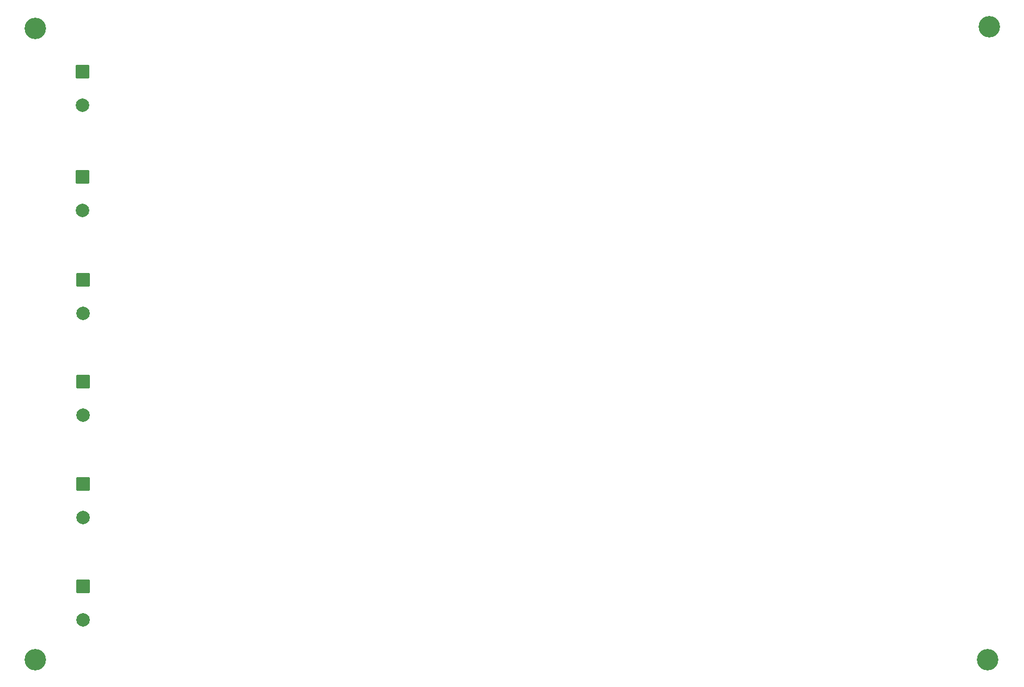
<source format=gbr>
%TF.GenerationSoftware,KiCad,Pcbnew,7.0.9*%
%TF.CreationDate,2023-12-10T21:52:56+01:00*%
%TF.ProjectId,Led Panel,4c656420-5061-46e6-956c-2e6b69636164,rev?*%
%TF.SameCoordinates,Original*%
%TF.FileFunction,Soldermask,Bot*%
%TF.FilePolarity,Negative*%
%FSLAX46Y46*%
G04 Gerber Fmt 4.6, Leading zero omitted, Abs format (unit mm)*
G04 Created by KiCad (PCBNEW 7.0.9) date 2023-12-10 21:52:56*
%MOMM*%
%LPD*%
G01*
G04 APERTURE LIST*
G04 Aperture macros list*
%AMRoundRect*
0 Rectangle with rounded corners*
0 $1 Rounding radius*
0 $2 $3 $4 $5 $6 $7 $8 $9 X,Y pos of 4 corners*
0 Add a 4 corners polygon primitive as box body*
4,1,4,$2,$3,$4,$5,$6,$7,$8,$9,$2,$3,0*
0 Add four circle primitives for the rounded corners*
1,1,$1+$1,$2,$3*
1,1,$1+$1,$4,$5*
1,1,$1+$1,$6,$7*
1,1,$1+$1,$8,$9*
0 Add four rect primitives between the rounded corners*
20,1,$1+$1,$2,$3,$4,$5,0*
20,1,$1+$1,$4,$5,$6,$7,0*
20,1,$1+$1,$6,$7,$8,$9,0*
20,1,$1+$1,$8,$9,$2,$3,0*%
G04 Aperture macros list end*
%ADD10RoundRect,0.102000X-0.900000X0.900000X-0.900000X-0.900000X0.900000X-0.900000X0.900000X0.900000X0*%
%ADD11C,2.004000*%
%ADD12C,3.200000*%
G04 APERTURE END LIST*
D10*
%TO.C,J6*%
X53340000Y-106680000D03*
D11*
X53340000Y-111680000D03*
%TD*%
D10*
%TO.C,J5*%
X53340000Y-91440000D03*
D11*
X53340000Y-96440000D03*
%TD*%
D10*
%TO.C,J4*%
X53340000Y-76200000D03*
D11*
X53340000Y-81200000D03*
%TD*%
D10*
%TO.C,J3*%
X53340000Y-61040000D03*
D11*
X53340000Y-66040000D03*
%TD*%
D10*
%TO.C,J2*%
X53300000Y-45720000D03*
D11*
X53300000Y-50720000D03*
%TD*%
D10*
%TO.C,J1*%
X53300000Y-30000000D03*
D11*
X53300000Y-35000000D03*
%TD*%
D12*
%TO.C,H3*%
X187960000Y-117602000D03*
%TD*%
%TO.C,H4*%
X46228000Y-117602000D03*
%TD*%
%TO.C,H1*%
X46228000Y-23622000D03*
%TD*%
%TO.C,H2*%
X188214000Y-23368000D03*
%TD*%
M02*

</source>
